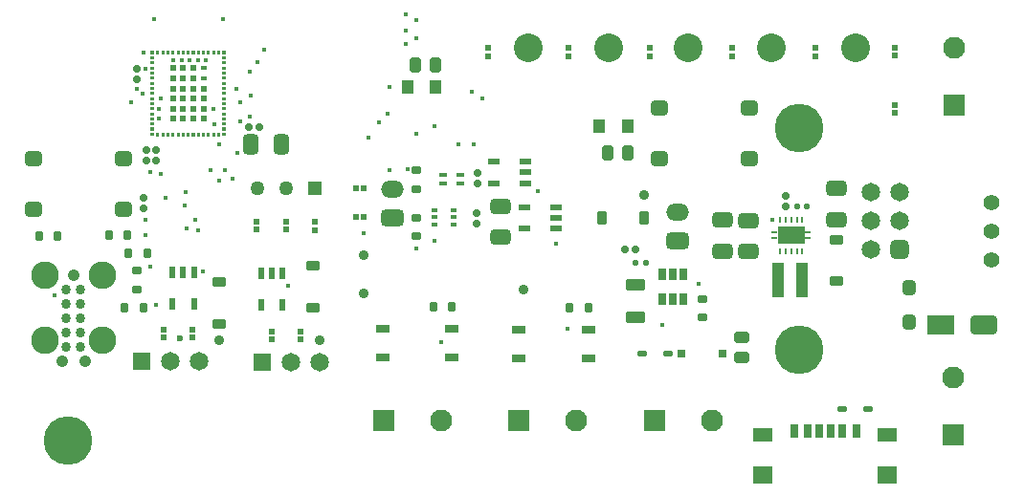
<source format=gts>
G04*
G04 #@! TF.GenerationSoftware,Altium Limited,Altium Designer,24.9.1 (31)*
G04*
G04 Layer_Color=8388736*
%FSLAX44Y44*%
%MOMM*%
G71*
G04*
G04 #@! TF.SameCoordinates,97D2A4A5-BD74-41C0-937B-CE03BE3D36C6*
G04*
G04*
G04 #@! TF.FilePolarity,Negative*
G04*
G01*
G75*
%ADD18R,0.6000X0.6000*%
%ADD19R,0.5080X0.4318*%
%ADD20R,0.6000X0.4318*%
%ADD21R,0.4300X0.4300*%
%ADD26R,0.8000X1.3000*%
%ADD27R,0.7600X1.3000*%
%ADD28R,0.7000X1.3000*%
%ADD29R,1.7000X1.6000*%
%ADD30R,1.7000X1.2000*%
G04:AMPARAMS|DCode=31|XSize=1.55mm|YSize=1.3mm|CornerRadius=0.325mm|HoleSize=0mm|Usage=FLASHONLY|Rotation=0.000|XOffset=0mm|YOffset=0mm|HoleType=Round|Shape=RoundedRectangle|*
%AMROUNDEDRECTD31*
21,1,1.5500,0.6500,0,0,0.0*
21,1,0.9000,1.3000,0,0,0.0*
1,1,0.6500,0.4500,-0.3250*
1,1,0.6500,-0.4500,-0.3250*
1,1,0.6500,-0.4500,0.3250*
1,1,0.6500,0.4500,0.3250*
%
%ADD31ROUNDEDRECTD31*%
%ADD32R,0.2400X0.6000*%
%ADD33R,2.4000X1.6500*%
%ADD34R,0.5000X0.2500*%
%ADD35R,0.6000X1.0000*%
G04:AMPARAMS|DCode=36|XSize=0.6mm|YSize=0.6mm|CornerRadius=0.15mm|HoleSize=0mm|Usage=FLASHONLY|Rotation=0.000|XOffset=0mm|YOffset=0mm|HoleType=Round|Shape=RoundedRectangle|*
%AMROUNDEDRECTD36*
21,1,0.6000,0.3000,0,0,0.0*
21,1,0.3000,0.6000,0,0,0.0*
1,1,0.3000,0.1500,-0.1500*
1,1,0.3000,-0.1500,-0.1500*
1,1,0.3000,-0.1500,0.1500*
1,1,0.3000,0.1500,0.1500*
%
%ADD36ROUNDEDRECTD36*%
G04:AMPARAMS|DCode=37|XSize=0.85mm|YSize=0.7mm|CornerRadius=0.175mm|HoleSize=0mm|Usage=FLASHONLY|Rotation=90.000|XOffset=0mm|YOffset=0mm|HoleType=Round|Shape=RoundedRectangle|*
%AMROUNDEDRECTD37*
21,1,0.8500,0.3500,0,0,90.0*
21,1,0.5000,0.7000,0,0,90.0*
1,1,0.3500,0.1750,0.2500*
1,1,0.3500,0.1750,-0.2500*
1,1,0.3500,-0.1750,-0.2500*
1,1,0.3500,-0.1750,0.2500*
%
%ADD37ROUNDEDRECTD37*%
G04:AMPARAMS|DCode=38|XSize=1.1mm|YSize=1.25mm|CornerRadius=0.275mm|HoleSize=0mm|Usage=FLASHONLY|Rotation=180.000|XOffset=0mm|YOffset=0mm|HoleType=Round|Shape=RoundedRectangle|*
%AMROUNDEDRECTD38*
21,1,1.1000,0.7000,0,0,180.0*
21,1,0.5500,1.2500,0,0,180.0*
1,1,0.5500,-0.2750,0.3500*
1,1,0.5500,0.2750,0.3500*
1,1,0.5500,0.2750,-0.3500*
1,1,0.5500,-0.2750,-0.3500*
%
%ADD38ROUNDEDRECTD38*%
%ADD39R,0.5000X0.6000*%
%ADD40R,1.2000X0.8000*%
G04:AMPARAMS|DCode=41|XSize=0.6mm|YSize=0.6mm|CornerRadius=0.15mm|HoleSize=0mm|Usage=FLASHONLY|Rotation=90.000|XOffset=0mm|YOffset=0mm|HoleType=Round|Shape=RoundedRectangle|*
%AMROUNDEDRECTD41*
21,1,0.6000,0.3000,0,0,90.0*
21,1,0.3000,0.6000,0,0,90.0*
1,1,0.3000,0.1500,0.1500*
1,1,0.3000,0.1500,-0.1500*
1,1,0.3000,-0.1500,-0.1500*
1,1,0.3000,-0.1500,0.1500*
%
%ADD41ROUNDEDRECTD41*%
G04:AMPARAMS|DCode=42|XSize=1.35mm|YSize=1mm|CornerRadius=0.25mm|HoleSize=0mm|Usage=FLASHONLY|Rotation=270.000|XOffset=0mm|YOffset=0mm|HoleType=Round|Shape=RoundedRectangle|*
%AMROUNDEDRECTD42*
21,1,1.3500,0.5000,0,0,270.0*
21,1,0.8500,1.0000,0,0,270.0*
1,1,0.5000,-0.2500,-0.4250*
1,1,0.5000,-0.2500,0.4250*
1,1,0.5000,0.2500,0.4250*
1,1,0.5000,0.2500,-0.4250*
%
%ADD42ROUNDEDRECTD42*%
G04:AMPARAMS|DCode=43|XSize=0.45mm|YSize=0.85mm|CornerRadius=0.1125mm|HoleSize=0mm|Usage=FLASHONLY|Rotation=270.000|XOffset=0mm|YOffset=0mm|HoleType=Round|Shape=RoundedRectangle|*
%AMROUNDEDRECTD43*
21,1,0.4500,0.6250,0,0,270.0*
21,1,0.2250,0.8500,0,0,270.0*
1,1,0.2250,-0.3125,-0.1125*
1,1,0.2250,-0.3125,0.1125*
1,1,0.2250,0.3125,0.1125*
1,1,0.2250,0.3125,-0.1125*
%
%ADD43ROUNDEDRECTD43*%
G04:AMPARAMS|DCode=44|XSize=1.15mm|YSize=1.3mm|CornerRadius=0.2875mm|HoleSize=0mm|Usage=FLASHONLY|Rotation=0.000|XOffset=0mm|YOffset=0mm|HoleType=Round|Shape=RoundedRectangle|*
%AMROUNDEDRECTD44*
21,1,1.1500,0.7250,0,0,0.0*
21,1,0.5750,1.3000,0,0,0.0*
1,1,0.5750,0.2875,-0.3625*
1,1,0.5750,-0.2875,-0.3625*
1,1,0.5750,-0.2875,0.3625*
1,1,0.5750,0.2875,0.3625*
%
%ADD44ROUNDEDRECTD44*%
G04:AMPARAMS|DCode=45|XSize=1.2mm|YSize=0.9mm|CornerRadius=0.225mm|HoleSize=0mm|Usage=FLASHONLY|Rotation=270.000|XOffset=0mm|YOffset=0mm|HoleType=Round|Shape=RoundedRectangle|*
%AMROUNDEDRECTD45*
21,1,1.2000,0.4500,0,0,270.0*
21,1,0.7500,0.9000,0,0,270.0*
1,1,0.4500,-0.2250,-0.3750*
1,1,0.4500,-0.2250,0.3750*
1,1,0.4500,0.2250,0.3750*
1,1,0.4500,0.2250,-0.3750*
%
%ADD45ROUNDEDRECTD45*%
G04:AMPARAMS|DCode=46|XSize=1.2mm|YSize=0.9mm|CornerRadius=0.225mm|HoleSize=0mm|Usage=FLASHONLY|Rotation=0.000|XOffset=0mm|YOffset=0mm|HoleType=Round|Shape=RoundedRectangle|*
%AMROUNDEDRECTD46*
21,1,1.2000,0.4500,0,0,0.0*
21,1,0.7500,0.9000,0,0,0.0*
1,1,0.4500,0.3750,-0.2250*
1,1,0.4500,-0.3750,-0.2250*
1,1,0.4500,-0.3750,0.2250*
1,1,0.4500,0.3750,0.2250*
%
%ADD46ROUNDEDRECTD46*%
G04:AMPARAMS|DCode=47|XSize=1.8mm|YSize=1.35mm|CornerRadius=0.3375mm|HoleSize=0mm|Usage=FLASHONLY|Rotation=0.000|XOffset=0mm|YOffset=0mm|HoleType=Round|Shape=RoundedRectangle|*
%AMROUNDEDRECTD47*
21,1,1.8000,0.6750,0,0,0.0*
21,1,1.1250,1.3500,0,0,0.0*
1,1,0.6750,0.5625,-0.3375*
1,1,0.6750,-0.5625,-0.3375*
1,1,0.6750,-0.5625,0.3375*
1,1,0.6750,0.5625,0.3375*
%
%ADD47ROUNDEDRECTD47*%
G04:AMPARAMS|DCode=48|XSize=0.85mm|YSize=0.7mm|CornerRadius=0.175mm|HoleSize=0mm|Usage=FLASHONLY|Rotation=0.000|XOffset=0mm|YOffset=0mm|HoleType=Round|Shape=RoundedRectangle|*
%AMROUNDEDRECTD48*
21,1,0.8500,0.3500,0,0,0.0*
21,1,0.5000,0.7000,0,0,0.0*
1,1,0.3500,0.2500,-0.1750*
1,1,0.3500,-0.2500,-0.1750*
1,1,0.3500,-0.2500,0.1750*
1,1,0.3500,0.2500,0.1750*
%
%ADD48ROUNDEDRECTD48*%
%ADD49R,0.7000X1.0000*%
G04:AMPARAMS|DCode=50|XSize=1.7mm|YSize=1.1mm|CornerRadius=0.275mm|HoleSize=0mm|Usage=FLASHONLY|Rotation=180.000|XOffset=0mm|YOffset=0mm|HoleType=Round|Shape=RoundedRectangle|*
%AMROUNDEDRECTD50*
21,1,1.7000,0.5500,0,0,180.0*
21,1,1.1500,1.1000,0,0,180.0*
1,1,0.5500,-0.5750,0.2750*
1,1,0.5500,0.5750,0.2750*
1,1,0.5500,0.5750,-0.2750*
1,1,0.5500,-0.5750,-0.2750*
%
%ADD50ROUNDEDRECTD50*%
G04:AMPARAMS|DCode=51|XSize=0.55mm|YSize=0.55mm|CornerRadius=0.1375mm|HoleSize=0mm|Usage=FLASHONLY|Rotation=270.000|XOffset=0mm|YOffset=0mm|HoleType=Round|Shape=RoundedRectangle|*
%AMROUNDEDRECTD51*
21,1,0.5500,0.2750,0,0,270.0*
21,1,0.2750,0.5500,0,0,270.0*
1,1,0.2750,-0.1375,-0.1375*
1,1,0.2750,-0.1375,0.1375*
1,1,0.2750,0.1375,0.1375*
1,1,0.2750,0.1375,-0.1375*
%
%ADD51ROUNDEDRECTD51*%
G04:AMPARAMS|DCode=52|XSize=1.7mm|YSize=2.4mm|CornerRadius=0.425mm|HoleSize=0mm|Usage=FLASHONLY|Rotation=90.000|XOffset=0mm|YOffset=0mm|HoleType=Round|Shape=RoundedRectangle|*
%AMROUNDEDRECTD52*
21,1,1.7000,1.5500,0,0,90.0*
21,1,0.8500,2.4000,0,0,90.0*
1,1,0.8500,0.7750,0.4250*
1,1,0.8500,0.7750,-0.4250*
1,1,0.8500,-0.7750,-0.4250*
1,1,0.8500,-0.7750,0.4250*
%
%ADD52ROUNDEDRECTD52*%
G04:AMPARAMS|DCode=53|XSize=1.7mm|YSize=2.4mm|CornerRadius=0.085mm|HoleSize=0mm|Usage=FLASHONLY|Rotation=90.000|XOffset=0mm|YOffset=0mm|HoleType=Round|Shape=RoundedRectangle|*
%AMROUNDEDRECTD53*
21,1,1.7000,2.2300,0,0,90.0*
21,1,1.5300,2.4000,0,0,90.0*
1,1,0.1700,1.1150,0.7650*
1,1,0.1700,1.1150,-0.7650*
1,1,0.1700,-1.1150,-0.7650*
1,1,0.1700,-1.1150,0.7650*
%
%ADD53ROUNDEDRECTD53*%
%ADD54R,1.1400X3.0500*%
G04:AMPARAMS|DCode=55|XSize=1.35mm|YSize=1mm|CornerRadius=0.25mm|HoleSize=0mm|Usage=FLASHONLY|Rotation=180.000|XOffset=0mm|YOffset=0mm|HoleType=Round|Shape=RoundedRectangle|*
%AMROUNDEDRECTD55*
21,1,1.3500,0.5000,0,0,180.0*
21,1,0.8500,1.0000,0,0,180.0*
1,1,0.5000,-0.4250,0.2500*
1,1,0.5000,0.4250,0.2500*
1,1,0.5000,0.4250,-0.2500*
1,1,0.5000,-0.4250,-0.2500*
%
%ADD55ROUNDEDRECTD55*%
G04:AMPARAMS|DCode=56|XSize=0.75mm|YSize=0.75mm|CornerRadius=0.1875mm|HoleSize=0mm|Usage=FLASHONLY|Rotation=270.000|XOffset=0mm|YOffset=0mm|HoleType=Round|Shape=RoundedRectangle|*
%AMROUNDEDRECTD56*
21,1,0.7500,0.3750,0,0,270.0*
21,1,0.3750,0.7500,0,0,270.0*
1,1,0.3750,-0.1875,-0.1875*
1,1,0.3750,-0.1875,0.1875*
1,1,0.3750,0.1875,0.1875*
1,1,0.3750,0.1875,-0.1875*
%
%ADD56ROUNDEDRECTD56*%
%ADD57R,1.0000X0.6000*%
%ADD58R,0.7112X0.3048*%
%ADD59R,0.5500X0.3000*%
G04:AMPARAMS|DCode=60|XSize=1.8mm|YSize=1.35mm|CornerRadius=0.3375mm|HoleSize=0mm|Usage=FLASHONLY|Rotation=270.000|XOffset=0mm|YOffset=0mm|HoleType=Round|Shape=RoundedRectangle|*
%AMROUNDEDRECTD60*
21,1,1.8000,0.6750,0,0,270.0*
21,1,1.1250,1.3500,0,0,270.0*
1,1,0.6750,-0.3375,-0.5625*
1,1,0.6750,-0.3375,0.5625*
1,1,0.6750,0.3375,0.5625*
1,1,0.6750,0.3375,-0.5625*
%
%ADD60ROUNDEDRECTD60*%
%ADD61R,0.6000X0.5000*%
%ADD62C,0.8636*%
G04:AMPARAMS|DCode=63|XSize=1.65mm|YSize=1.65mm|CornerRadius=0.4125mm|HoleSize=0mm|Usage=FLASHONLY|Rotation=90.000|XOffset=0mm|YOffset=0mm|HoleType=Round|Shape=RoundedRectangle|*
%AMROUNDEDRECTD63*
21,1,1.6500,0.8250,0,0,90.0*
21,1,0.8250,1.6500,0,0,90.0*
1,1,0.8250,0.4125,0.4125*
1,1,0.8250,0.4125,-0.4125*
1,1,0.8250,-0.4125,-0.4125*
1,1,0.8250,-0.4125,0.4125*
%
%ADD63ROUNDEDRECTD63*%
%ADD64C,1.6500*%
%ADD65C,0.9000*%
%ADD66R,1.9500X1.9500*%
%ADD67C,1.9500*%
%ADD68C,4.3000*%
%ADD69R,1.9500X1.9500*%
%ADD70O,2.0000X1.5000*%
G04:AMPARAMS|DCode=71|XSize=1.5mm|YSize=2mm|CornerRadius=0.375mm|HoleSize=0mm|Usage=FLASHONLY|Rotation=90.000|XOffset=0mm|YOffset=0mm|HoleType=Round|Shape=RoundedRectangle|*
%AMROUNDEDRECTD71*
21,1,1.5000,1.2500,0,0,90.0*
21,1,0.7500,2.0000,0,0,90.0*
1,1,0.7500,0.6250,0.3750*
1,1,0.7500,0.6250,-0.3750*
1,1,0.7500,-0.6250,-0.3750*
1,1,0.7500,-0.6250,0.3750*
%
%ADD71ROUNDEDRECTD71*%
%ADD72C,1.4000*%
%ADD73R,1.6500X1.6500*%
%ADD74R,1.2750X1.2750*%
%ADD75C,1.2750*%
%ADD76C,1.0668*%
%ADD77C,2.4511*%
%ADD78C,2.5400*%
%ADD79C,0.4510*%
%ADD80C,0.6000*%
G36*
X82829Y954541D02*
X79731D01*
Y957639D01*
X82829D01*
Y954541D01*
D02*
G37*
G36*
X19329D02*
X16231D01*
Y957639D01*
X19329D01*
Y954541D01*
D02*
G37*
G36*
X77829Y954340D02*
X75231D01*
Y957840D01*
X77829D01*
Y954340D01*
D02*
G37*
G36*
X73329D02*
X70731D01*
Y957840D01*
X73329D01*
Y954340D01*
D02*
G37*
G36*
X68829D02*
X66231D01*
Y957840D01*
X68829D01*
Y954340D01*
D02*
G37*
G36*
X64329D02*
X61731D01*
Y957840D01*
X64329D01*
Y954340D01*
D02*
G37*
G36*
X59829D02*
X57231D01*
Y957840D01*
X59829D01*
Y954340D01*
D02*
G37*
G36*
X55329D02*
X52731D01*
Y957840D01*
X55329D01*
Y954340D01*
D02*
G37*
G36*
X50829D02*
X48231D01*
Y957840D01*
X50829D01*
Y954340D01*
D02*
G37*
G36*
X46329D02*
X43731D01*
Y957840D01*
X46329D01*
Y954340D01*
D02*
G37*
G36*
X41829D02*
X39231D01*
Y957840D01*
X41829D01*
Y954340D01*
D02*
G37*
G36*
X37329D02*
X34731D01*
Y957840D01*
X37329D01*
Y954340D01*
D02*
G37*
G36*
X32829D02*
X30231D01*
Y957840D01*
X32829D01*
Y954340D01*
D02*
G37*
G36*
X28329D02*
X25731D01*
Y957840D01*
X28329D01*
Y954340D01*
D02*
G37*
G36*
X23829D02*
X21231D01*
Y957840D01*
X23829D01*
Y954340D01*
D02*
G37*
G36*
X83030Y950041D02*
X79530D01*
Y952639D01*
X83030D01*
Y950041D01*
D02*
G37*
G36*
X19530D02*
X16030D01*
Y952639D01*
X19530D01*
Y950041D01*
D02*
G37*
G36*
X83030Y945541D02*
X79530D01*
Y948139D01*
X83030D01*
Y945541D01*
D02*
G37*
G36*
X19530D02*
X16030D01*
Y948139D01*
X19530D01*
Y945541D01*
D02*
G37*
G36*
X83030Y941041D02*
X79530D01*
Y943639D01*
X83030D01*
Y941041D01*
D02*
G37*
G36*
X19530D02*
X16030D01*
Y943639D01*
X19530D01*
Y941041D01*
D02*
G37*
G36*
X83030Y936541D02*
X79530D01*
Y939139D01*
X83030D01*
Y936541D01*
D02*
G37*
G36*
X19530D02*
X16030D01*
Y939139D01*
X19530D01*
Y936541D01*
D02*
G37*
G36*
X83030Y932041D02*
X79530D01*
Y934639D01*
X83030D01*
Y932041D01*
D02*
G37*
G36*
X19530D02*
X16030D01*
Y934639D01*
X19530D01*
Y932041D01*
D02*
G37*
G36*
X83030Y927541D02*
X79530D01*
Y930139D01*
X83030D01*
Y927541D01*
D02*
G37*
G36*
X19530D02*
X16030D01*
Y930139D01*
X19530D01*
Y927541D01*
D02*
G37*
G36*
X83030Y923041D02*
X79530D01*
Y925639D01*
X83030D01*
Y923041D01*
D02*
G37*
G36*
X19530D02*
X16030D01*
Y925639D01*
X19530D01*
Y923041D01*
D02*
G37*
G36*
X83030Y918541D02*
X79530D01*
Y921139D01*
X83030D01*
Y918541D01*
D02*
G37*
G36*
X19530D02*
X16030D01*
Y921139D01*
X19530D01*
Y918541D01*
D02*
G37*
G36*
X83030Y914041D02*
X79530D01*
Y916639D01*
X83030D01*
Y914041D01*
D02*
G37*
G36*
X19530D02*
X16030D01*
Y916639D01*
X19530D01*
Y914041D01*
D02*
G37*
G36*
X83030Y909541D02*
X79530D01*
Y912139D01*
X83030D01*
Y909541D01*
D02*
G37*
G36*
X19530D02*
X16030D01*
Y912139D01*
X19530D01*
Y909541D01*
D02*
G37*
G36*
X83030Y905041D02*
X79530D01*
Y907639D01*
X83030D01*
Y905041D01*
D02*
G37*
G36*
X19530D02*
X16030D01*
Y907639D01*
X19530D01*
Y905041D01*
D02*
G37*
G36*
X83030Y900541D02*
X79530D01*
Y903139D01*
X83030D01*
Y900541D01*
D02*
G37*
G36*
X19530D02*
X16030D01*
Y903139D01*
X19530D01*
Y900541D01*
D02*
G37*
G36*
X83030Y896041D02*
X79530D01*
Y898639D01*
X83030D01*
Y896041D01*
D02*
G37*
G36*
X19530D02*
X16030D01*
Y898639D01*
X19530D01*
Y896041D01*
D02*
G37*
G36*
X83030Y891541D02*
X79530D01*
Y894139D01*
X83030D01*
Y891541D01*
D02*
G37*
G36*
X19530D02*
X16030D01*
Y894139D01*
X19530D01*
Y891541D01*
D02*
G37*
G36*
X83030Y887041D02*
X79530D01*
Y889639D01*
X83030D01*
Y887041D01*
D02*
G37*
G36*
X19530D02*
X16030D01*
Y889639D01*
X19530D01*
Y887041D01*
D02*
G37*
G36*
X82829Y882041D02*
X79731D01*
Y885139D01*
X82829D01*
Y882041D01*
D02*
G37*
G36*
X19329D02*
X16231D01*
Y885139D01*
X19329D01*
Y882041D01*
D02*
G37*
G36*
X77829Y881840D02*
X75231D01*
Y885340D01*
X77829D01*
Y881840D01*
D02*
G37*
G36*
X73329D02*
X70731D01*
Y885340D01*
X73329D01*
Y881840D01*
D02*
G37*
G36*
X68829D02*
X66231D01*
Y885340D01*
X68829D01*
Y881840D01*
D02*
G37*
G36*
X64329D02*
X61731D01*
Y885340D01*
X64329D01*
Y881840D01*
D02*
G37*
G36*
X59829D02*
X57231D01*
Y885340D01*
X59829D01*
Y881840D01*
D02*
G37*
G36*
X55329D02*
X52731D01*
Y885340D01*
X55329D01*
Y881840D01*
D02*
G37*
G36*
X50829D02*
X48231D01*
Y885340D01*
X50829D01*
Y881840D01*
D02*
G37*
G36*
X46329D02*
X43731D01*
Y885340D01*
X46329D01*
Y881840D01*
D02*
G37*
G36*
X41829D02*
X39231D01*
Y885340D01*
X41829D01*
Y881840D01*
D02*
G37*
G36*
X37329D02*
X34731D01*
Y885340D01*
X37329D01*
Y881840D01*
D02*
G37*
G36*
X32829D02*
X30231D01*
Y885340D01*
X32829D01*
Y881840D01*
D02*
G37*
G36*
X28329D02*
X25731D01*
Y885340D01*
X28329D01*
Y881840D01*
D02*
G37*
G36*
X23829D02*
X21231D01*
Y885340D01*
X23829D01*
Y881840D01*
D02*
G37*
D18*
X63030Y897340D02*
D03*
X54030D02*
D03*
X36030D02*
D03*
X45030D02*
D03*
X63030Y906340D02*
D03*
X54030D02*
D03*
X36030D02*
D03*
X45030D02*
D03*
X63030Y915340D02*
D03*
X54030D02*
D03*
X36030D02*
D03*
X45030D02*
D03*
X63030Y924340D02*
D03*
X54030D02*
D03*
X36030D02*
D03*
X45030D02*
D03*
X54030Y933340D02*
D03*
X36030D02*
D03*
X45030D02*
D03*
X54030Y942340D02*
D03*
X36030D02*
D03*
X45030D02*
D03*
D19*
X63030Y933340D02*
D03*
D20*
Y942340D02*
D03*
D21*
X19030Y985690D02*
D03*
X80030D02*
D03*
D26*
X585429Y620614D02*
D03*
X640429D02*
D03*
D27*
X597729D02*
D03*
X628129D02*
D03*
D28*
X617929D02*
D03*
X607929D02*
D03*
D29*
X668129Y581714D02*
D03*
X557729D02*
D03*
D30*
X668129Y617714D02*
D03*
X557729D02*
D03*
D31*
X-87032Y862470D02*
D03*
X-7532D02*
D03*
X-87032Y817470D02*
D03*
X-7532D02*
D03*
X546100Y861954D02*
D03*
X466600D02*
D03*
X546100Y906954D02*
D03*
X466600D02*
D03*
D32*
X572866Y780011D02*
D03*
X577866D02*
D03*
X582866D02*
D03*
X587866D02*
D03*
X592866D02*
D03*
Y808011D02*
D03*
X587866D02*
D03*
X582866D02*
D03*
X577866D02*
D03*
X572866D02*
D03*
D33*
X582866Y794011D02*
D03*
D34*
X597366Y791511D02*
D03*
Y796511D02*
D03*
X568366D02*
D03*
Y791511D02*
D03*
D35*
X54582Y733618D02*
D03*
X35582D02*
D03*
Y761618D02*
D03*
X45082D02*
D03*
X54582D02*
D03*
X132805Y760422D02*
D03*
X123305D02*
D03*
X113805D02*
D03*
Y732422D02*
D03*
X132805D02*
D03*
D36*
X3810Y932686D02*
D03*
Y942086D02*
D03*
X12334Y869442D02*
D03*
Y860042D02*
D03*
X10414Y818063D02*
D03*
Y827462D02*
D03*
X577866Y819946D02*
D03*
Y829346D02*
D03*
X305308Y849632D02*
D03*
Y840232D02*
D03*
X304800Y804160D02*
D03*
Y813560D02*
D03*
X21082Y869442D02*
D03*
Y860042D02*
D03*
D37*
X282680Y730614D02*
D03*
X266180D02*
D03*
X403474Y730297D02*
D03*
X386974D02*
D03*
X-6754Y729991D02*
D03*
X9746D02*
D03*
X-82418Y793750D02*
D03*
X-65918D02*
D03*
X-20696Y794004D02*
D03*
X-4196D02*
D03*
X-3170Y778256D02*
D03*
X13330D02*
D03*
D38*
X268356Y925840D02*
D03*
X243356D02*
D03*
X438251Y890704D02*
D03*
X413251D02*
D03*
D39*
X204866Y810106D02*
D03*
X197866D02*
D03*
Y835506D02*
D03*
X204866D02*
D03*
D40*
X403553Y685434D02*
D03*
Y710834D02*
D03*
X342053D02*
D03*
Y685434D02*
D03*
X282973Y685942D02*
D03*
Y711342D02*
D03*
X221473D02*
D03*
Y685942D02*
D03*
D41*
X112238Y889840D02*
D03*
X102837D02*
D03*
X445516Y781424D02*
D03*
X436116D02*
D03*
D42*
X268356Y945340D02*
D03*
X250356D02*
D03*
X438251Y867222D02*
D03*
X420251D02*
D03*
D43*
X473694Y689800D02*
D03*
X451194D02*
D03*
X628129Y640114D02*
D03*
X650629D02*
D03*
D44*
X687192Y748035D02*
D03*
Y717035D02*
D03*
D45*
X415898Y809211D02*
D03*
X452898D02*
D03*
D46*
X622808Y753448D02*
D03*
Y790448D02*
D03*
X77151Y753026D02*
D03*
Y716026D02*
D03*
X160021Y767297D02*
D03*
Y730297D02*
D03*
D47*
X622808Y835474D02*
D03*
Y807974D02*
D03*
X545313Y807424D02*
D03*
Y779924D02*
D03*
X522624Y807511D02*
D03*
Y780011D02*
D03*
X325628Y792446D02*
D03*
Y819946D02*
D03*
D48*
X504456Y721451D02*
D03*
Y737952D02*
D03*
X251606Y851853D02*
D03*
Y835353D02*
D03*
Y793538D02*
D03*
Y810038D02*
D03*
X3996Y762922D02*
D03*
Y746422D02*
D03*
D49*
X468480Y738035D02*
D03*
X477980D02*
D03*
X487480D02*
D03*
Y760035D02*
D03*
X477980D02*
D03*
X468480D02*
D03*
D50*
X445516Y750592D02*
D03*
Y721592D02*
D03*
D51*
Y769535D02*
D03*
X454516D02*
D03*
X596866Y819946D02*
D03*
X587866D02*
D03*
D52*
X753222Y715010D02*
D03*
D53*
X715222D02*
D03*
D54*
X570927Y754285D02*
D03*
X592527D02*
D03*
D55*
X539362Y686033D02*
D03*
Y704033D02*
D03*
D56*
X521922Y689434D02*
D03*
X485922D02*
D03*
D57*
X346934Y799998D02*
D03*
Y818998D02*
D03*
X374934D02*
D03*
Y809498D02*
D03*
Y799998D02*
D03*
X320010Y840384D02*
D03*
Y859384D02*
D03*
X348010D02*
D03*
Y849884D02*
D03*
Y840384D02*
D03*
D58*
X290244Y848043D02*
D03*
Y840042D02*
D03*
X275258D02*
D03*
Y848043D02*
D03*
D59*
X267088Y816552D02*
D03*
Y810052D02*
D03*
Y803552D02*
D03*
X284588D02*
D03*
Y810052D02*
D03*
Y816552D02*
D03*
D60*
X104756Y874488D02*
D03*
X132256D02*
D03*
D61*
X148705Y701997D02*
D03*
Y708997D02*
D03*
X27758Y703415D02*
D03*
Y710415D02*
D03*
X53549Y703415D02*
D03*
Y710415D02*
D03*
X135947Y806136D02*
D03*
Y799136D02*
D03*
X161347Y806029D02*
D03*
Y799028D02*
D03*
X110212Y806136D02*
D03*
Y799136D02*
D03*
X123305Y701997D02*
D03*
Y708997D02*
D03*
X604266Y960000D02*
D03*
Y953000D02*
D03*
X530606Y960000D02*
D03*
Y953000D02*
D03*
X458123Y960000D02*
D03*
Y953000D02*
D03*
X386334Y960000D02*
D03*
Y953000D02*
D03*
X314928Y960000D02*
D03*
Y953000D02*
D03*
X674316Y953724D02*
D03*
Y960724D02*
D03*
Y902924D02*
D03*
Y909924D02*
D03*
D62*
X-58420Y745744D02*
D03*
Y733044D02*
D03*
Y720344D02*
D03*
Y707644D02*
D03*
Y694944D02*
D03*
X-45720D02*
D03*
Y707644D02*
D03*
Y720344D02*
D03*
Y733044D02*
D03*
Y745744D02*
D03*
D63*
X678942Y782066D02*
D03*
D64*
X653542D02*
D03*
X678942Y807466D02*
D03*
Y832866D02*
D03*
X653542Y807466D02*
D03*
Y832866D02*
D03*
X59295Y682244D02*
D03*
X33895D02*
D03*
X165855Y682193D02*
D03*
X140455D02*
D03*
D65*
X345948Y746506D02*
D03*
X204774Y743035D02*
D03*
X205019Y776721D02*
D03*
X453210Y830050D02*
D03*
X76780Y701294D02*
D03*
X165855D02*
D03*
D66*
X222130Y630364D02*
D03*
X342053D02*
D03*
X462444D02*
D03*
D67*
X272930D02*
D03*
X726372Y668464D02*
D03*
X392853Y630364D02*
D03*
X513244D02*
D03*
X727222Y960724D02*
D03*
D68*
X590000Y692635D02*
D03*
Y889508D02*
D03*
X-56886Y612394D02*
D03*
D69*
X726372Y617664D02*
D03*
X727222Y909924D02*
D03*
D70*
X229933Y835353D02*
D03*
X482854Y814324D02*
D03*
D71*
X229933Y809954D02*
D03*
X482854Y788924D02*
D03*
D72*
X760222Y823468D02*
D03*
Y798068D02*
D03*
Y772668D02*
D03*
D73*
X8495Y682244D02*
D03*
X115055Y682193D02*
D03*
D74*
X161347Y835462D02*
D03*
D75*
X135947D02*
D03*
X110547D02*
D03*
D76*
X-52070Y758444D02*
D03*
X-41920Y682244D02*
D03*
X-62220D02*
D03*
D77*
X-77470Y701294D02*
D03*
Y758444D02*
D03*
X-26670D02*
D03*
Y701294D02*
D03*
D78*
X639572Y960000D02*
D03*
X565658D02*
D03*
X491756D02*
D03*
X421640D02*
D03*
X350012D02*
D03*
D79*
X93075Y867227D02*
D03*
X104394Y899668D02*
D03*
X65324Y949164D02*
D03*
X58530Y949706D02*
D03*
X565866Y807593D02*
D03*
X137785Y749554D02*
D03*
X243356Y852523D02*
D03*
X10414Y956090D02*
D03*
X251606Y782522D02*
D03*
X205019Y795821D02*
D03*
X375221Y786684D02*
D03*
X95556Y894897D02*
D03*
Y912340D02*
D03*
X104997Y917933D02*
D03*
X242281Y990266D02*
D03*
X251606Y985266D02*
D03*
X242281Y975307D02*
D03*
Y963850D02*
D03*
X217998Y894340D02*
D03*
X116922Y958850D02*
D03*
X16030Y849925D02*
D03*
X11580Y942086D02*
D03*
X47082Y832506D02*
D03*
X55530Y807778D02*
D03*
X48082Y799885D02*
D03*
X-1209Y912340D02*
D03*
X8855Y919340D02*
D03*
X3810Y924340D02*
D03*
X500718Y750895D02*
D03*
X227811Y852307D02*
D03*
X358992Y833050D02*
D03*
X62326Y762210D02*
D03*
X-68804Y741426D02*
D03*
X23625Y897530D02*
D03*
X82323Y851987D02*
D03*
X92289Y924340D02*
D03*
X88392Y844042D02*
D03*
X272930Y699173D02*
D03*
X309688Y915340D02*
D03*
X300798Y921340D02*
D03*
X385303Y711497D02*
D03*
X468564Y714834D02*
D03*
X209042Y880872D02*
D03*
X76780Y874501D02*
D03*
X267088Y789388D02*
D03*
X227473Y925840D02*
D03*
X21180Y732491D02*
D03*
X46157Y820420D02*
D03*
X58530Y798254D02*
D03*
X29832Y827307D02*
D03*
X16030Y766618D02*
D03*
X11580Y794004D02*
D03*
Y807778D02*
D03*
X69030Y852307D02*
D03*
X72909Y892840D02*
D03*
X71780Y905759D02*
D03*
X76530Y842419D02*
D03*
X302514Y874501D02*
D03*
X288433D02*
D03*
X251606Y883901D02*
D03*
X267088Y890919D02*
D03*
X226314Y901840D02*
D03*
X23674Y906188D02*
D03*
X25146Y915162D02*
D03*
X110547Y947300D02*
D03*
X104172Y939101D02*
D03*
X251606Y968980D02*
D03*
X25530Y848273D02*
D03*
X50825Y949585D02*
D03*
X43740Y949590D02*
D03*
X36030Y949706D02*
D03*
D80*
X42145Y703326D02*
D03*
M02*

</source>
